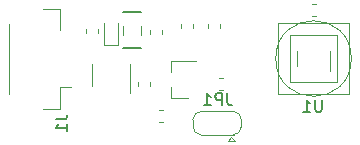
<source format=gbr>
%TF.GenerationSoftware,KiCad,Pcbnew,7.0.7-7.0.7~ubuntu23.04.1*%
%TF.CreationDate,2023-09-24T12:07:55+00:00*%
%TF.ProjectId,TFHT01,54464854-3031-42e6-9b69-6361645f7063,rev?*%
%TF.SameCoordinates,Original*%
%TF.FileFunction,Legend,Bot*%
%TF.FilePolarity,Positive*%
%FSLAX46Y46*%
G04 Gerber Fmt 4.6, Leading zero omitted, Abs format (unit mm)*
G04 Created by KiCad (PCBNEW 7.0.7-7.0.7~ubuntu23.04.1) date 2023-09-24 12:07:55*
%MOMM*%
%LPD*%
G01*
G04 APERTURE LIST*
%ADD10C,0.150000*%
%ADD11C,0.120000*%
G04 APERTURE END LIST*
D10*
X18904333Y4545181D02*
X18904333Y3830896D01*
X18904333Y3830896D02*
X18951952Y3688039D01*
X18951952Y3688039D02*
X19047190Y3592800D01*
X19047190Y3592800D02*
X19190047Y3545181D01*
X19190047Y3545181D02*
X19285285Y3545181D01*
X18428142Y3545181D02*
X18428142Y4545181D01*
X18428142Y4545181D02*
X18047190Y4545181D01*
X18047190Y4545181D02*
X17951952Y4497562D01*
X17951952Y4497562D02*
X17904333Y4449943D01*
X17904333Y4449943D02*
X17856714Y4354705D01*
X17856714Y4354705D02*
X17856714Y4211848D01*
X17856714Y4211848D02*
X17904333Y4116610D01*
X17904333Y4116610D02*
X17951952Y4068991D01*
X17951952Y4068991D02*
X18047190Y4021372D01*
X18047190Y4021372D02*
X18428142Y4021372D01*
X16904333Y3545181D02*
X17475761Y3545181D01*
X17190047Y3545181D02*
X17190047Y4545181D01*
X17190047Y4545181D02*
X17285285Y4402324D01*
X17285285Y4402324D02*
X17380523Y4307086D01*
X17380523Y4307086D02*
X17475761Y4259467D01*
X26907904Y3995181D02*
X26907904Y3185658D01*
X26907904Y3185658D02*
X26860285Y3090420D01*
X26860285Y3090420D02*
X26812666Y3042800D01*
X26812666Y3042800D02*
X26717428Y2995181D01*
X26717428Y2995181D02*
X26526952Y2995181D01*
X26526952Y2995181D02*
X26431714Y3042800D01*
X26431714Y3042800D02*
X26384095Y3090420D01*
X26384095Y3090420D02*
X26336476Y3185658D01*
X26336476Y3185658D02*
X26336476Y3995181D01*
X25336476Y2995181D02*
X25907904Y2995181D01*
X25622190Y2995181D02*
X25622190Y3995181D01*
X25622190Y3995181D02*
X25717428Y3852324D01*
X25717428Y3852324D02*
X25812666Y3757086D01*
X25812666Y3757086D02*
X25907904Y3709467D01*
X4351019Y2365334D02*
X5065304Y2365334D01*
X5065304Y2365334D02*
X5208161Y2412953D01*
X5208161Y2412953D02*
X5303400Y2508191D01*
X5303400Y2508191D02*
X5351019Y2651048D01*
X5351019Y2651048D02*
X5351019Y2746286D01*
X5351019Y1365334D02*
X5351019Y1936762D01*
X5351019Y1651048D02*
X4351019Y1651048D01*
X4351019Y1651048D02*
X4493876Y1746286D01*
X4493876Y1746286D02*
X4589114Y1841524D01*
X4589114Y1841524D02*
X4636733Y1936762D01*
D11*
%TO.C,JP1*%
X20084000Y1732000D02*
X20084000Y2332000D01*
X19534000Y532000D02*
X18934000Y532000D01*
X19434000Y3032000D02*
X16634000Y3032000D01*
X19234000Y832000D02*
X19534000Y532000D01*
X19234000Y832000D02*
X18934000Y532000D01*
X16634000Y1032000D02*
X19434000Y1032000D01*
X15984000Y2332000D02*
X15984000Y1732000D01*
X19384000Y1032000D02*
G75*
G03*
X20084000Y1732000I1J699999D01*
G01*
X20084000Y2332000D02*
G75*
G03*
X19384000Y3032000I-699999J1D01*
G01*
X15984000Y1732000D02*
G75*
G03*
X16684000Y1032000I700000J0D01*
G01*
X16684000Y3032000D02*
G75*
G03*
X15984000Y2332000I0J-700000D01*
G01*
%TO.C,C4*%
X11301000Y5196721D02*
X11301000Y5522279D01*
X12321000Y5196721D02*
X12321000Y5522279D01*
%TO.C,U1*%
X27610000Y6410000D02*
X27610000Y8150000D01*
X24790000Y6850000D02*
X24790000Y8150000D01*
%TO.C,D1*%
X9671000Y8625000D02*
X8471000Y8625000D01*
X8471000Y10475000D02*
X8471000Y8625000D01*
X9671000Y10475000D02*
X9671000Y8625000D01*
%TO.C,J1*%
X3257200Y3265000D02*
X4707200Y3265000D01*
X4707200Y3265000D02*
X4707200Y5065000D01*
X437200Y4535000D02*
X437200Y10465000D01*
X4707200Y5065000D02*
X5697200Y5065000D01*
X3257200Y11735000D02*
X4707200Y11735000D01*
X4707200Y11735000D02*
X4707200Y9935000D01*
%TO.C,R2*%
X18552279Y4824000D02*
X18226721Y4824000D01*
X18552279Y5844000D02*
X18226721Y5844000D01*
%TO.C,C5*%
X26037221Y12104000D02*
X26362779Y12104000D01*
X26037221Y11084000D02*
X26362779Y11084000D01*
%TO.C,R4*%
X13472279Y2157000D02*
X13146721Y2157000D01*
X13472279Y3177000D02*
X13146721Y3177000D01*
%TO.C,C1*%
X12386000Y9587221D02*
X12386000Y9912779D01*
X13406000Y9587221D02*
X13406000Y9912779D01*
%TO.C,Q1*%
X14099000Y4135000D02*
X15559000Y4135000D01*
X14099000Y4135000D02*
X14099000Y5065000D01*
X14099000Y7295000D02*
X16259000Y7295000D01*
X14099000Y7295000D02*
X14099000Y6365000D01*
D10*
%TO.C,C3*%
X10059000Y8376000D02*
X11583000Y8376000D01*
D11*
X10059000Y9519000D02*
X10059000Y10281000D01*
X11583000Y9519000D02*
X11583000Y10281000D01*
D10*
X11583000Y11424000D02*
X10059000Y11424000D01*
D11*
%TO.C,U3*%
X7407000Y5196000D02*
X7407000Y6996000D01*
X10627000Y6996000D02*
X10627000Y4546000D01*
%TO.C,R3*%
X18290000Y10449779D02*
X18290000Y10124221D01*
X17270000Y10449779D02*
X17270000Y10124221D01*
%TO.C,R10*%
X16004000Y10424279D02*
X16004000Y10098721D01*
X14984000Y10424279D02*
X14984000Y10098721D01*
%TO.C,R1*%
X6911000Y9687221D02*
X6911000Y10012779D01*
X7931000Y9687221D02*
X7931000Y10012779D01*
%TO.C,M7*%
X29200000Y10500000D02*
X23200000Y10500000D01*
X23200000Y10500000D02*
X23200000Y4500000D01*
X23200000Y4500000D02*
X29200000Y4500000D01*
X29200000Y4500000D02*
X29200000Y10500000D01*
X28200000Y9500000D02*
X24200000Y9500000D01*
X24200000Y9500000D02*
X24200000Y5500000D01*
X24200000Y5500000D02*
X28200000Y5500000D01*
X28200000Y5500000D02*
X28200000Y9500000D01*
X29400000Y7500000D02*
G75*
G03*
X29400000Y7500000I-3200000J0D01*
G01*
%TD*%
M02*

</source>
